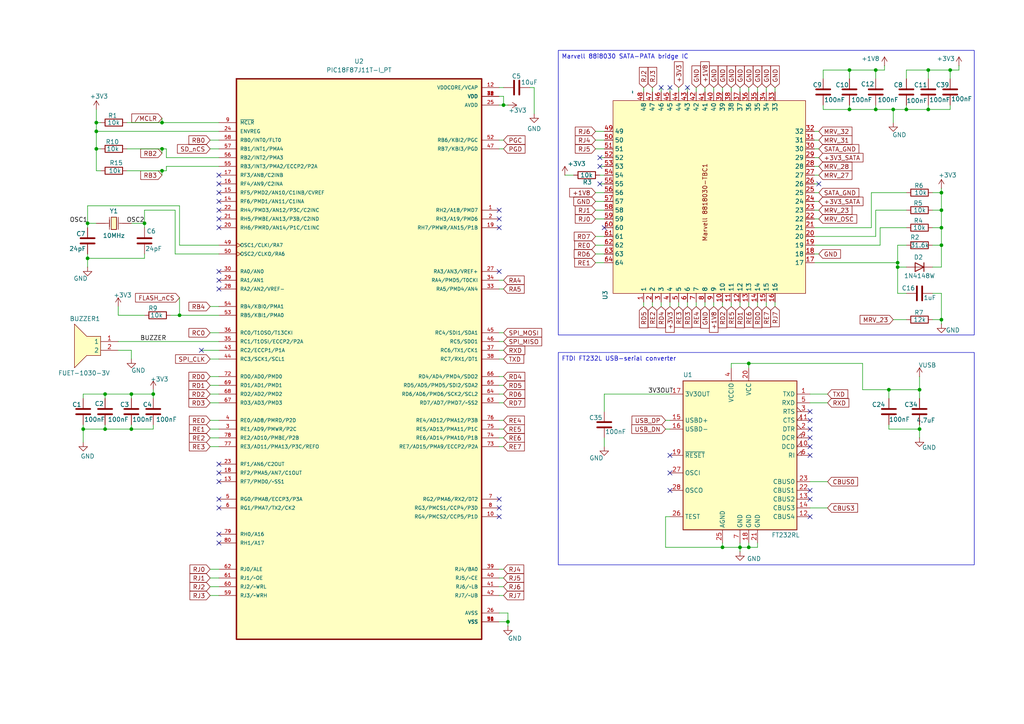
<source format=kicad_sch>
(kicad_sch (version 20250114) (generator "eeschema") (generator_version "9.0")
  (paper "A4")
  (text_box "FTDI FT232L USB-serial converter" (at 161.925 102.235 0) (size 120.65 61.595) (margins 0.9525 0.9525 0.9525 0.9525) (effects (font (size 1.27 1.27)) (justify left top)))
  (text_box "Marvell 88i8030 SATA-PATA bridge IC" (at 161.925 14.605 0) (size 120.65 82.55) (margins 0.9525 0.9525 0.9525 0.9525) (effects (font (size 1.27 1.27)) (justify left top)))
  (junction (at 38.1 114.3))
  (junction (at 25.4 74.93))
  (junction (at 27.94 38.1))
  (junction (at 38.1 124.46))
  (junction (at 217.17 105.41))
  (junction (at 266.7 124.46))
  (junction (at 269.24 20.32))
  (junction (at 217.17 158.75))
  (junction (at 27.94 43.18))
  (junction (at 273.05 66.04))
  (junction (at 30.48 114.3))
  (junction (at 24.13 124.46))
  (junction (at 259.08 31.75))
  (junction (at 52.07 91.44))
  (junction (at 27.94 35.56))
  (junction (at 25.4 64.77))
  (junction (at 260.35 76.2))
  (junction (at 209.55 158.75))
  (junction (at 257.81 113.03))
  (junction (at 246.38 20.32))
  (junction (at 46.99 43.18))
  (junction (at 273.05 55.88))
  (junction (at 147.32 180.34))
  (junction (at 46.99 35.56))
  (junction (at 254 20.32))
  (junction (at 260.35 77.47))
  (junction (at 262.89 31.75))
  (junction (at 214.63 158.75))
  (junction (at 41.91 64.77))
  (junction (at 254 31.75))
  (junction (at 273.05 71.12))
  (junction (at 269.24 31.75))
  (junction (at 275.59 20.32))
  (junction (at 266.7 113.03))
  (junction (at 30.48 124.46))
  (junction (at 246.38 31.75))
  (junction (at 273.05 60.96))
  (junction (at 273.05 92.71))
  (junction (at 44.45 114.3))
  (junction (at 46.99 49.53))
  (junction (at 146.05 30.48))
  (no_connect (at 144.78 60.96))
  (no_connect (at 194.31 25.4))
  (no_connect (at 234.95 127))
  (no_connect (at 234.95 149.86))
  (no_connect (at 234.95 129.54))
  (no_connect (at 175.26 66.04))
  (no_connect (at 144.78 78.74))
  (no_connect (at 194.31 142.24))
  (no_connect (at 234.95 142.24))
  (no_connect (at 173.99 45.72))
  (no_connect (at 63.5 144.78))
  (no_connect (at 63.5 137.16))
  (no_connect (at 63.5 78.74))
  (no_connect (at 63.5 83.82))
  (no_connect (at 173.99 48.26))
  (no_connect (at 63.5 139.7))
  (no_connect (at 63.5 81.28))
  (no_connect (at 194.31 137.16))
  (no_connect (at 194.31 132.08))
  (no_connect (at 173.99 53.34))
  (no_connect (at 63.5 134.62))
  (no_connect (at 234.95 121.92))
  (no_connect (at 234.95 119.38))
  (no_connect (at 199.39 25.4))
  (no_connect (at 63.5 55.88))
  (no_connect (at 63.5 154.94))
  (no_connect (at 234.95 124.46))
  (no_connect (at 63.5 53.34))
  (no_connect (at 58.42 101.6))
  (no_connect (at 144.78 66.04))
  (no_connect (at 234.95 144.78))
  (no_connect (at 63.5 60.96))
  (no_connect (at 63.5 58.42))
  (no_connect (at 63.5 63.5))
  (no_connect (at 63.5 50.8))
  (no_connect (at 191.77 25.4))
  (no_connect (at 144.78 149.86))
  (no_connect (at 144.78 63.5))
  (no_connect (at 144.78 144.78))
  (no_connect (at 63.5 157.48))
  (no_connect (at 63.5 147.32))
  (no_connect (at 237.49 53.34))
  (no_connect (at 144.78 147.32))
  (no_connect (at 234.95 132.08))
  (no_connect (at 63.5 66.04))
  (wire (pts (xy 254 30.48) (xy 254 31.75)))
  (wire (pts (xy 48.26 48.26) (xy 63.5 48.26)))
  (wire (pts (xy 52.07 71.12) (xy 63.5 71.12)))
  (wire (pts (xy 193.04 124.46) (xy 194.31 124.46)))
  (wire (pts (xy 41.91 73.66) (xy 41.91 74.93)))
  (wire (pts (xy 172.72 43.18) (xy 175.26 43.18)))
  (wire (pts (xy 46.99 35.56) (xy 63.5 35.56)))
  (wire (pts (xy 147.32 177.8) (xy 147.32 180.34)))
  (wire (pts (xy 196.85 26.67) (xy 196.85 25.4)))
  (wire (pts (xy 144.78 111.76) (xy 146.05 111.76)))
  (wire (pts (xy 217.17 105.41) (xy 217.17 106.68)))
  (wire (pts (xy 224.79 88.9) (xy 224.79 87.63)))
  (wire (pts (xy 273.05 55.88) (xy 270.51 55.88)))
  (wire (pts (xy 25.4 64.77) (xy 27.94 64.77)))
  (wire (pts (xy 260.35 71.12) (xy 262.89 71.12)))
  (wire (pts (xy 27.94 31.75) (xy 27.94 35.56)))
  (wire (pts (xy 144.78 109.22) (xy 146.05 109.22)))
  (wire (pts (xy 60.96 88.9) (xy 63.5 88.9)))
  (wire (pts (xy 252.73 66.04) (xy 252.73 55.88)))
  (wire (pts (xy 46.99 49.53) (xy 48.26 49.53)))
  (wire (pts (xy 209.55 88.9) (xy 209.55 87.63)))
  (wire (pts (xy 144.78 180.34) (xy 147.32 180.34)))
  (wire (pts (xy 194.31 88.9) (xy 194.31 87.63)))
  (wire (pts (xy 201.93 26.67) (xy 201.93 25.4)))
  (wire (pts (xy 246.38 31.75) (xy 254 31.75)))
  (wire (pts (xy 259.08 31.75) (xy 262.89 31.75)))
  (wire (pts (xy 172.72 55.88) (xy 175.26 55.88)))
  (wire (pts (xy 30.48 124.46) (xy 38.1 124.46)))
  (wire (pts (xy 144.78 25.4) (xy 146.05 25.4)))
  (wire (pts (xy 144.78 40.64) (xy 146.05 40.64)))
  (wire (pts (xy 186.69 26.67) (xy 186.69 25.4)))
  (wire (pts (xy 236.22 45.72) (xy 237.49 45.72)))
  (wire (pts (xy 38.1 123.19) (xy 38.1 124.46)))
  (wire (pts (xy 270.51 66.04) (xy 273.05 66.04)))
  (wire (pts (xy 144.78 165.1) (xy 146.05 165.1)))
  (wire (pts (xy 175.26 114.3) (xy 175.26 119.38)))
  (wire (pts (xy 173.99 45.72) (xy 175.26 45.72)))
  (wire (pts (xy 262.89 20.32) (xy 262.89 22.86)))
  (wire (pts (xy 34.29 88.9) (xy 34.29 91.44)))
  (wire (pts (xy 27.94 43.18) (xy 27.94 49.53)))
  (wire (pts (xy 273.05 55.88) (xy 273.05 60.96)))
  (wire (pts (xy 246.38 20.32) (xy 254 20.32)))
  (wire (pts (xy 172.72 68.58) (xy 175.26 68.58)))
  (wire (pts (xy 194.31 25.4) (xy 194.31 26.67)))
  (wire (pts (xy 144.78 121.92) (xy 146.05 121.92)))
  (wire (pts (xy 217.17 26.67) (xy 217.17 25.4)))
  (wire (pts (xy 238.76 30.48) (xy 238.76 31.75)))
  (wire (pts (xy 46.99 44.45) (xy 46.99 43.18)))
  (wire (pts (xy 38.1 64.77) (xy 41.91 64.77)))
  (wire (pts (xy 266.7 113.03) (xy 266.7 115.57)))
  (wire (pts (xy 50.8 73.66) (xy 63.5 73.66)))
  (wire (pts (xy 204.47 26.67) (xy 204.47 25.4)))
  (wire (pts (xy 269.24 20.32) (xy 269.24 22.86)))
  (wire (pts (xy 144.78 104.14) (xy 146.05 104.14)))
  (wire (pts (xy 24.13 124.46) (xy 24.13 128.27)))
  (wire (pts (xy 273.05 92.71) (xy 270.51 92.71)))
  (wire (pts (xy 24.13 115.57) (xy 24.13 114.3)))
  (wire (pts (xy 44.45 114.3) (xy 44.45 115.57)))
  (wire (pts (xy 144.78 43.18) (xy 146.05 43.18)))
  (wire (pts (xy 25.4 64.77) (xy 25.4 66.04)))
  (wire (pts (xy 237.49 53.34) (xy 236.22 53.34)))
  (wire (pts (xy 255.27 71.12) (xy 255.27 66.04)))
  (wire (pts (xy 25.4 59.69) (xy 25.4 64.77)))
  (wire (pts (xy 27.94 38.1) (xy 27.94 35.56)))
  (wire (pts (xy 44.45 123.19) (xy 44.45 124.46)))
  (wire (pts (xy 255.27 66.04) (xy 262.89 66.04)))
  (wire (pts (xy 144.78 81.28) (xy 146.05 81.28)))
  (wire (pts (xy 254 20.32) (xy 254 22.86)))
  (wire (pts (xy 41.91 66.04) (xy 41.91 64.77)))
  (wire (pts (xy 46.99 50.8) (xy 46.99 49.53)))
  (wire (pts (xy 257.81 113.03) (xy 257.81 115.57)))
  (wire (pts (xy 52.07 86.36) (xy 52.07 91.44)))
  (wire (pts (xy 212.09 88.9) (xy 212.09 87.63)))
  (wire (pts (xy 236.22 71.12) (xy 255.27 71.12)))
  (wire (pts (xy 270.51 77.47) (xy 273.05 77.47)))
  (wire (pts (xy 49.53 91.44) (xy 52.07 91.44)))
  (wire (pts (xy 204.47 88.9) (xy 204.47 87.63)))
  (wire (pts (xy 217.17 105.41) (xy 250.19 105.41)))
  (wire (pts (xy 30.48 123.19) (xy 30.48 124.46)))
  (wire (pts (xy 27.94 49.53) (xy 29.21 49.53)))
  (wire (pts (xy 60.96 96.52) (xy 63.5 96.52)))
  (wire (pts (xy 250.19 113.03) (xy 257.81 113.03)))
  (wire (pts (xy 273.05 60.96) (xy 270.51 60.96)))
  (wire (pts (xy 212.09 26.67) (xy 212.09 25.4)))
  (wire (pts (xy 27.94 43.18) (xy 27.94 38.1)))
  (wire (pts (xy 191.77 25.4) (xy 191.77 26.67)))
  (wire (pts (xy 29.21 43.18) (xy 27.94 43.18)))
  (wire (pts (xy 214.63 158.75) (xy 217.17 158.75)))
  (wire (pts (xy 172.72 63.5) (xy 175.26 63.5)))
  (wire (pts (xy 273.05 71.12) (xy 270.51 71.12)))
  (wire (pts (xy 60.96 127) (xy 63.5 127)))
  (wire (pts (xy 30.48 114.3) (xy 30.48 115.57)))
  (wire (pts (xy 234.95 147.32) (xy 240.03 147.32)))
  (wire (pts (xy 44.45 114.3) (xy 38.1 114.3)))
  (wire (pts (xy 144.78 177.8) (xy 147.32 177.8)))
  (wire (pts (xy 199.39 25.4) (xy 199.39 26.67)))
  (wire (pts (xy 260.35 71.12) (xy 260.35 76.2)))
  (wire (pts (xy 144.78 96.52) (xy 146.05 96.52)))
  (wire (pts (xy 189.23 88.9) (xy 189.23 87.63)))
  (wire (pts (xy 246.38 30.48) (xy 246.38 31.75)))
  (wire (pts (xy 260.35 77.47) (xy 260.35 85.09)))
  (wire (pts (xy 48.26 45.72) (xy 63.5 45.72)))
  (wire (pts (xy 250.19 105.41) (xy 250.19 113.03)))
  (wire (pts (xy 236.22 50.8) (xy 237.49 50.8)))
  (wire (pts (xy 144.78 129.54) (xy 146.05 129.54)))
  (wire (pts (xy 24.13 114.3) (xy 30.48 114.3)))
  (wire (pts (xy 163.83 50.8) (xy 166.37 50.8)))
  (wire (pts (xy 44.45 124.46) (xy 38.1 124.46)))
  (wire (pts (xy 212.09 105.41) (xy 212.09 106.68)))
  (wire (pts (xy 48.26 45.72) (xy 48.26 43.18)))
  (wire (pts (xy 172.72 60.96) (xy 175.26 60.96)))
  (wire (pts (xy 269.24 31.75) (xy 275.59 31.75)))
  (wire (pts (xy 144.78 167.64) (xy 146.05 167.64)))
  (wire (pts (xy 254 60.96) (xy 262.89 60.96)))
  (wire (pts (xy 60.96 109.22) (xy 63.5 109.22)))
  (wire (pts (xy 172.72 71.12) (xy 175.26 71.12)))
  (wire (pts (xy 60.96 170.18) (xy 63.5 170.18)))
  (wire (pts (xy 52.07 71.12) (xy 52.07 59.69)))
  (wire (pts (xy 41.91 64.77) (xy 41.91 60.96)))
  (wire (pts (xy 25.4 74.93) (xy 41.91 74.93)))
  (wire (pts (xy 256.54 19.05) (xy 256.54 20.32)))
  (wire (pts (xy 173.99 50.8) (xy 175.26 50.8)))
  (wire (pts (xy 236.22 68.58) (xy 254 68.58)))
  (wire (pts (xy 146.05 27.94) (xy 146.05 30.48)))
  (wire (pts (xy 191.77 88.9) (xy 191.77 87.63)))
  (wire (pts (xy 196.85 88.9) (xy 196.85 87.63)))
  (wire (pts (xy 30.48 124.46) (xy 24.13 124.46)))
  (wire (pts (xy 34.29 101.6) (xy 38.1 101.6)))
  (wire (pts (xy 144.78 127) (xy 146.05 127)))
  (wire (pts (xy 236.22 63.5) (xy 237.49 63.5)))
  (wire (pts (xy 259.08 92.71) (xy 262.89 92.71)))
  (wire (pts (xy 217.17 88.9) (xy 217.17 87.63)))
  (wire (pts (xy 38.1 114.3) (xy 30.48 114.3)))
  (wire (pts (xy 273.05 54.61) (xy 273.05 55.88)))
  (wire (pts (xy 52.07 59.69) (xy 25.4 59.69)))
  (wire (pts (xy 254 68.58) (xy 254 60.96)))
  (wire (pts (xy 214.63 26.67) (xy 214.63 25.4)))
  (wire (pts (xy 219.71 26.67) (xy 219.71 25.4)))
  (wire (pts (xy 236.22 48.26) (xy 237.49 48.26)))
  (wire (pts (xy 60.96 43.18) (xy 63.5 43.18)))
  (wire (pts (xy 238.76 22.86) (xy 238.76 20.32)))
  (wire (pts (xy 262.89 77.47) (xy 260.35 77.47)))
  (wire (pts (xy 275.59 20.32) (xy 275.59 22.86)))
  (wire (pts (xy 60.96 104.14) (xy 63.5 104.14)))
  (wire (pts (xy 60.96 114.3) (xy 63.5 114.3)))
  (wire (pts (xy 50.8 60.96) (xy 50.8 73.66)))
  (wire (pts (xy 252.73 55.88) (xy 262.89 55.88)))
  (wire (pts (xy 173.99 48.26) (xy 175.26 48.26)))
  (wire (pts (xy 219.71 88.9) (xy 219.71 87.63)))
  (wire (pts (xy 60.96 116.84) (xy 63.5 116.84)))
  (wire (pts (xy 266.7 127) (xy 266.7 124.46)))
  (wire (pts (xy 60.96 165.1) (xy 63.5 165.1)))
  (wire (pts (xy 214.63 157.48) (xy 214.63 158.75)))
  (wire (pts (xy 36.83 35.56) (xy 46.99 35.56)))
  (wire (pts (xy 172.72 58.42) (xy 175.26 58.42)))
  (wire (pts (xy 172.72 76.2) (xy 175.26 76.2)))
  (wire (pts (xy 173.99 53.34) (xy 175.26 53.34)))
  (wire (pts (xy 144.78 124.46) (xy 146.05 124.46)))
  (wire (pts (xy 246.38 22.86) (xy 246.38 20.32)))
  (wire (pts (xy 238.76 20.32) (xy 246.38 20.32)))
  (wire (pts (xy 214.63 160.02) (xy 214.63 158.75)))
  (wire (pts (xy 240.03 116.84) (xy 234.95 116.84)))
  (wire (pts (xy 27.94 35.56) (xy 29.21 35.56)))
  (wire (pts (xy 193.04 121.92) (xy 194.31 121.92)))
  (wire (pts (xy 269.24 20.32) (xy 275.59 20.32)))
  (wire (pts (xy 38.1 114.3) (xy 38.1 115.57)))
  (wire (pts (xy 144.78 170.18) (xy 146.05 170.18)))
  (wire (pts (xy 234.95 114.3) (xy 240.03 114.3)))
  (wire (pts (xy 236.22 76.2) (xy 260.35 76.2)))
  (wire (pts (xy 60.96 129.54) (xy 63.5 129.54)))
  (wire (pts (xy 273.05 77.47) (xy 273.05 71.12)))
  (wire (pts (xy 236.22 55.88) (xy 237.49 55.88)))
  (wire (pts (xy 60.96 124.46) (xy 63.5 124.46)))
  (wire (pts (xy 199.39 88.9) (xy 199.39 87.63)))
  (wire (pts (xy 144.78 114.3) (xy 146.05 114.3)))
  (wire (pts (xy 60.96 40.64) (xy 63.5 40.64)))
  (wire (pts (xy 172.72 38.1) (xy 175.26 38.1)))
  (wire (pts (xy 144.78 83.82) (xy 146.05 83.82)))
  (wire (pts (xy 262.89 31.75) (xy 269.24 31.75)))
  (wire (pts (xy 209.55 158.75) (xy 214.63 158.75)))
  (wire (pts (xy 222.25 88.9) (xy 222.25 87.63)))
  (wire (pts (xy 25.4 77.47) (xy 25.4 74.93)))
  (wire (pts (xy 144.78 99.06) (xy 146.05 99.06)))
  (wire (pts (xy 266.7 109.22) (xy 266.7 113.03)))
  (wire (pts (xy 262.89 20.32) (xy 269.24 20.32)))
  (wire (pts (xy 36.83 43.18) (xy 46.99 43.18)))
  (wire (pts (xy 193.04 149.86) (xy 193.04 158.75)))
  (wire (pts (xy 234.95 139.7) (xy 240.03 139.7)))
  (wire (pts (xy 175.26 127) (xy 175.26 129.54)))
  (wire (pts (xy 60.96 172.72) (xy 63.5 172.72)))
  (wire (pts (xy 27.94 38.1) (xy 63.5 38.1)))
  (wire (pts (xy 236.22 40.64) (xy 237.49 40.64)))
  (wire (pts (xy 275.59 20.32) (xy 278.13 20.32)))
  (wire (pts (xy 34.29 99.06) (xy 63.5 99.06)))
  (wire (pts (xy 38.1 101.6) (xy 38.1 104.14)))
  (wire (pts (xy 273.05 85.09) (xy 273.05 92.71)))
  (wire (pts (xy 36.83 49.53) (xy 46.99 49.53)))
  (wire (pts (xy 236.22 38.1) (xy 237.49 38.1)))
  (wire (pts (xy 24.13 124.46) (xy 24.13 123.19)))
  (wire (pts (xy 254 31.75) (xy 259.08 31.75)))
  (wire (pts (xy 257.81 113.03) (xy 266.7 113.03)))
  (wire (pts (xy 147.32 180.34) (xy 147.32 181.61)))
  (wire (pts (xy 273.05 66.04) (xy 273.05 60.96)))
  (wire (pts (xy 254 20.32) (xy 256.54 20.32)))
  (wire (pts (xy 275.59 30.48) (xy 275.59 31.75)))
  (wire (pts (xy 269.24 31.75) (xy 269.24 30.48)))
  (wire (pts (xy 154.94 25.4) (xy 153.67 25.4)))
  (wire (pts (xy 273.05 92.71) (xy 273.05 93.98)))
  (wire (pts (xy 60.96 111.76) (xy 63.5 111.76)))
  (wire (pts (xy 144.78 30.48) (xy 146.05 30.48)))
  (wire (pts (xy 144.78 172.72) (xy 146.05 172.72)))
  (wire (pts (xy 214.63 88.9) (xy 214.63 87.63)))
  (wire (pts (xy 172.72 73.66) (xy 175.26 73.66)))
  (wire (pts (xy 257.81 124.46) (xy 266.7 124.46)))
  (wire (pts (xy 144.78 27.94) (xy 146.05 27.94)))
  (wire (pts (xy 44.45 114.3) (xy 44.45 113.03)))
  (wire (pts (xy 60.96 121.92) (xy 63.5 121.92)))
  (wire (pts (xy 193.04 149.86) (xy 194.31 149.86)))
  (wire (pts (xy 236.22 66.04) (xy 252.73 66.04)))
  (wire (pts (xy 193.04 158.75) (xy 209.55 158.75)))
  (wire (pts (xy 217.17 158.75) (xy 219.71 158.75)))
  (wire (pts (xy 25.4 74.93) (xy 25.4 73.66)))
  (wire (pts (xy 257.81 123.19) (xy 257.81 124.46)))
  (wire (pts (xy 207.01 88.9) (xy 207.01 87.63)))
  (wire (pts (xy 58.42 101.6) (xy 63.5 101.6)))
  (wire (pts (xy 222.25 26.67) (xy 222.25 25.4)))
  (wire (pts (xy 236.22 73.66) (xy 237.49 73.66)))
  (wire (pts (xy 270.51 85.09) (xy 273.05 85.09)))
  (wire (pts (xy 34.29 91.44) (xy 41.91 91.44)))
  (wire (pts (xy 189.23 26.67) (xy 189.23 25.4)))
  (wire (pts (xy 238.76 31.75) (xy 246.38 31.75)))
  (wire (pts (xy 219.71 157.48) (xy 219.71 158.75)))
  (wire (pts (xy 217.17 157.48) (xy 217.17 158.75)))
  (wire (pts (xy 144.78 101.6) (xy 146.05 101.6)))
  (wire (pts (xy 273.05 66.04) (xy 273.05 71.12)))
  (wire (pts (xy 48.26 48.26) (xy 48.26 49.53)))
  (wire (pts (xy 260.35 76.2) (xy 260.35 77.47)))
  (wire (pts (xy 262.89 31.75) (xy 262.89 30.48)))
  (wire (pts (xy 144.78 116.84) (xy 146.05 116.84)))
  (wire (pts (xy 147.32 30.48) (xy 146.05 30.48)))
  (wire (pts (xy 41.91 60.96) (xy 50.8 60.96)))
  (wire (pts (xy 201.93 88.9) (xy 201.93 87.63)))
  (wire (pts (xy 236.22 43.18) (xy 237.49 43.18)))
  (wire (pts (xy 278.13 19.05) (xy 278.13 20.32)))
  (wire (pts (xy 212.09 105.41) (xy 217.17 105.41)))
  (wire (pts (xy 154.94 33.02) (xy 154.94 25.4)))
  (wire (pts (xy 209.55 157.48) (xy 209.55 158.75)))
  (wire (pts (xy 46.99 34.29) (xy 46.99 35.56)))
  (wire (pts (xy 52.07 91.44) (xy 63.5 91.44)))
  (wire (pts (xy 260.35 85.09) (xy 262.89 85.09)))
  (wire (pts (xy 46.99 43.18) (xy 48.26 43.18)))
  (wire (pts (xy 172.72 40.64) (xy 175.26 40.64)))
  (wire (pts (xy 236.22 58.42) (xy 237.49 58.42)))
  (wire (pts (xy 60.96 167.64) (xy 63.5 167.64)))
  (wire (pts (xy 236.22 60.96) (xy 237.49 60.96)))
  (wire (pts (xy 266.7 123.19) (xy 266.7 124.46)))
  (wire (pts (xy 259.08 35.56) (xy 259.08 31.75)))
  (wire (pts (xy 224.79 26.67) (xy 224.79 25.4)))
  (wire (pts (xy 186.69 88.9) (xy 186.69 87.63)))
  (wire (pts (xy 207.01 26.67) (xy 207.01 25.4)))
  (wire (pts (xy 209.55 26.67) (xy 209.55 25.4)))
  (wire (pts (xy 175.26 114.3) (xy 194.31 114.3)))
  (label "BUZZER" (at 40.64 99.06 0))
  (label "OSC2" (at 41.91 64.77 180))
  (label "OSC1" (at 25.4 64.77 180))
  (label "3V3OUT" (at 187.96 114.3 0))
  (global_label "RD4" (shape input) (at 191.77 88.9 270) (property "Intersheetrefs" "${INTERSHEET_REFS}" (effects (hide yes))))
  (global_label "RD0" (shape input) (at 219.71 88.9 270) (property "Intersheetrefs" "${INTERSHEET_REFS}" (effects (hide yes))))
  (global_label "RJ3" (shape input) (at 189.23 25.4 90) (property "Intersheetrefs" "${INTERSHEET_REFS}" (effects (hide yes))))
  (global_label "MRV_OSC" (shape input) (at 237.49 63.5 0) (property "Intersheetrefs" "${INTERSHEET_REFS}" (effects (hide yes))))
  (global_label "RE7" (shape input) (at 222.25 88.9 270) (property "Intersheetrefs" "${INTERSHEET_REFS}" (effects (hide yes))))
  (global_label "RJ0" (shape input) (at 172.72 63.5 180) (property "Intersheetrefs" "${INTERSHEET_REFS}" (effects (hide yes))))
  (global_label "GND" (shape input) (at 209.55 25.4 90) (property "Intersheetrefs" "${INTERSHEET_REFS}" (effects (hide yes))))
  (global_label "RE4" (shape input) (at 146.05 121.92 0) (property "Intersheetrefs" "${INTERSHEET_REFS}" (effects (hide yes))))
  (global_label "PGC" (shape input) (at 146.05 40.64 0) (property "Intersheetrefs" "${INTERSHEET_REFS}" (effects (hide yes))))
  (global_label "+1V8" (shape input) (at 172.72 55.88 180) (property "Intersheetrefs" "${INTERSHEET_REFS}" (effects (hide yes))))
  (global_label "RE2" (shape input) (at 189.23 88.9 270) (property "Intersheetrefs" "${INTERSHEET_REFS}" (effects (hide yes))))
  (global_label "RJ5" (shape input) (at 172.72 43.18 180) (property "Intersheetrefs" "${INTERSHEET_REFS}" (effects (hide yes))))
  (global_label "+1V8" (shape input) (at 204.47 25.4 90) (property "Intersheetrefs" "${INTERSHEET_REFS}" (effects (hide yes))))
  (global_label "MRV_23" (shape input) (at 237.49 60.96 0) (property "Intersheetrefs" "${INTERSHEET_REFS}" (effects (hide yes))))
  (global_label "RJ2" (shape input) (at 60.96 170.18 180) (property "Intersheetrefs" "${INTERSHEET_REFS}" (effects (hide yes))))
  (global_label "RJ1" (shape input) (at 60.96 167.64 180) (property "Intersheetrefs" "${INTERSHEET_REFS}" (effects (hide yes))))
  (global_label "+1V8" (shape input) (at 207.01 88.9 270) (property "Intersheetrefs" "${INTERSHEET_REFS}" (effects (hide yes))))
  (global_label "RE6" (shape input) (at 146.05 127 0) (property "Intersheetrefs" "${INTERSHEET_REFS}" (effects (hide yes))))
  (global_label "SATA_GND" (shape input) (at 237.49 55.88 0) (property "Intersheetrefs" "${INTERSHEET_REFS}" (effects (hide yes))))
  (global_label "RD3" (shape input) (at 199.39 88.9 270) (property "Intersheetrefs" "${INTERSHEET_REFS}" (effects (hide yes))))
  (global_label "+3V3_SATA" (shape input) (at 237.49 58.42 0) (property "Intersheetrefs" "${INTERSHEET_REFS}" (effects (hide yes))))
  (global_label "RJ1" (shape input) (at 172.72 60.96 180) (property "Intersheetrefs" "${INTERSHEET_REFS}" (effects (hide yes))))
  (global_label "MRV_31" (shape input) (at 237.49 40.64 0) (property "Intersheetrefs" "${INTERSHEET_REFS}" (effects (hide yes))))
  (global_label "FLASH_nCS" (shape input) (at 52.07 86.36 180) (property "Intersheetrefs" "${INTERSHEET_REFS}" (effects (hide yes))))
  (global_label "GND" (shape input) (at 222.25 25.4 90) (property "Intersheetrefs" "${INTERSHEET_REFS}" (effects (hide yes))))
  (global_label "RXD" (shape input) (at 146.05 101.6 0) (property "Intersheetrefs" "${INTERSHEET_REFS}" (effects (hide yes))))
  (global_label "RJ4" (shape input) (at 172.72 40.64 180) (property "Intersheetrefs" "${INTERSHEET_REFS}" (effects (hide yes))))
  (global_label "RD5" (shape input) (at 146.05 111.76 0) (property "Intersheetrefs" "${INTERSHEET_REFS}" (effects (hide yes))))
  (global_label "PGD" (shape input) (at 146.05 43.18 0) (property "Intersheetrefs" "${INTERSHEET_REFS}" (effects (hide yes))))
  (global_label "RE5" (shape input) (at 212.09 88.9 270) (property "Intersheetrefs" "${INTERSHEET_REFS}" (effects (hide yes))))
  (global_label "RD2" (shape input) (at 209.55 88.9 270) (property "Intersheetrefs" "${INTERSHEET_REFS}" (effects (hide yes))))
  (global_label "RD1" (shape input) (at 214.63 88.9 270) (property "Intersheetrefs" "${INTERSHEET_REFS}" (effects (hide yes))))
  (global_label "RD5" (shape input) (at 186.69 88.9 270) (property "Intersheetrefs" "${INTERSHEET_REFS}" (effects (hide yes))))
  (global_label "MRV_28" (shape input) (at 237.49 48.26 0) (property "Intersheetrefs" "${INTERSHEET_REFS}" (effects (hide yes))))
  (global_label "RA4" (shape input) (at 146.05 81.28 0) (property "Intersheetrefs" "${INTERSHEET_REFS}" (effects (hide yes))))
  (global_label "TXD" (shape input) (at 146.05 104.14 0) (property "Intersheetrefs" "${INTERSHEET_REFS}" (effects (hide yes))))
  (global_label "RE7" (shape input) (at 146.05 129.54 0) (property "Intersheetrefs" "${INTERSHEET_REFS}" (effects (hide yes))))
  (global_label "RE3" (shape input) (at 60.96 129.54 180) (property "Intersheetrefs" "${INTERSHEET_REFS}" (effects (hide yes))))
  (global_label "GND" (shape input) (at 207.01 25.4 90) (property "Intersheetrefs" "${INTERSHEET_REFS}" (effects (hide yes))))
  (global_label "USB_DN" (shape input) (at 193.04 124.46 180) (property "Intersheetrefs" "${INTERSHEET_REFS}" (effects (hide yes))))
  (global_label "RD2" (shape input) (at 60.96 114.3 180) (property "Intersheetrefs" "${INTERSHEET_REFS}" (effects (hide yes))))
  (global_label "GND" (shape input) (at 219.71 25.4 90) (property "Intersheetrefs" "${INTERSHEET_REFS}" (effects (hide yes))))
  (global_label "SPI_CLK" (shape input) (at 60.96 104.14 180) (property "Intersheetrefs" "${INTERSHEET_REFS}" (effects (hide yes))))
  (global_label "{slash}MCLR" (shape input) (at 46.99 34.29 180) (property "Intersheetrefs" "${INTERSHEET_REFS}" (effects (hide yes))))
  (global_label "RD4" (shape input) (at 146.05 109.22 0) (property "Intersheetrefs" "${INTERSHEET_REFS}" (effects (hide yes))))
  (global_label "GND" (shape input) (at 217.17 25.4 90) (property "Intersheetrefs" "${INTERSHEET_REFS}" (effects (hide yes))))
  (global_label "RE1" (shape input) (at 172.72 76.2 180) (property "Intersheetrefs" "${INTERSHEET_REFS}" (effects (hide yes))))
  (global_label "GND" (shape input) (at 237.49 73.66 0) (property "Intersheetrefs" "${INTERSHEET_REFS}" (effects (hide yes))))
  (global_label "RJ3" (shape input) (at 60.96 172.72 180) (property "Intersheetrefs" "${INTERSHEET_REFS}" (effects (hide yes))))
  (global_label "RE4" (shape input) (at 201.93 88.9 270) (property "Intersheetrefs" "${INTERSHEET_REFS}" (effects (hide yes))))
  (global_label "MRV_27" (shape input) (at 237.49 50.8 0) (property "Intersheetrefs" "${INTERSHEET_REFS}" (effects (hide yes))))
  (global_label "RJ5" (shape input) (at 146.05 167.64 0) (property "Intersheetrefs" "${INTERSHEET_REFS}" (effects (hide yes))))
  (global_label "RE5" (shape input) (at 146.05 124.46 0) (property "Intersheetrefs" "${INTERSHEET_REFS}" (effects (hide yes))))
  (global_label "RJ6" (shape input) (at 172.72 38.1 180) (property "Intersheetrefs" "${INTERSHEET_REFS}" (effects (hide yes))))
  (global_label "USB_DP" (shape input) (at 193.04 121.92 180) (property "Intersheetrefs" "${INTERSHEET_REFS}" (effects (hide yes))))
  (global_label "SPI_MOSI" (shape input) (at 146.05 96.52 0) (property "Intersheetrefs" "${INTERSHEET_REFS}" (effects (hide yes))))
  (global_label "RJ0" (shape input) (at 60.96 165.1 180) (property "Intersheetrefs" "${INTERSHEET_REFS}" (effects (hide yes))))
  (global_label "RJ4" (shape input) (at 146.05 165.1 0) (property "Intersheetrefs" "${INTERSHEET_REFS}" (effects (hide yes))))
  (global_label "RE0" (shape input) (at 172.72 71.12 180) (property "Intersheetrefs" "${INTERSHEET_REFS}" (effects (hide yes))))
  (global_label "+3V3" (shape input) (at 194.31 88.9 270) (property "Intersheetrefs" "${INTERSHEET_REFS}" (effects (hide yes))))
  (global_label "RJ2" (shape input) (at 186.69 25.4 90) (property "Intersheetrefs" "${INTERSHEET_REFS}" (effects (hide yes))))
  (global_label "RB4" (shape input) (at 60.96 88.9 180) (property "Intersheetrefs" "${INTERSHEET_REFS}" (effects (hide yes))))
  (global_label "RE3" (shape input) (at 196.85 88.9 270) (property "Intersheetrefs" "${INTERSHEET_REFS}" (effects (hide yes))))
  (global_label "RE2" (shape input) (at 60.96 127 180) (property "Intersheetrefs" "${INTERSHEET_REFS}" (effects (hide yes))))
  (global_label "SATA_GND" (shape input) (at 237.49 43.18 0) (property "Intersheetrefs" "${INTERSHEET_REFS}" (effects (hide yes))))
  (global_label "GND" (shape input) (at 212.09 25.4 90) (property "Intersheetrefs" "${INTERSHEET_REFS}" (effects (hide yes))))
  (global_label "RE1" (shape input) (at 60.96 124.46 180) (property "Intersheetrefs" "${INTERSHEET_REFS}" (effects (hide yes))))
  (global_label "RB2" (shape input) (at 46.99 44.45 180) (property "Intersheetrefs" "${INTERSHEET_REFS}" (effects (hide yes))))
  (global_label "MRV_32" (shape input) (at 237.49 38.1 0) (property "Intersheetrefs" "${INTERSHEET_REFS}" (effects (hide yes))))
  (global_label "GND" (shape input) (at 224.79 25.4 90) (property "Intersheetrefs" "${INTERSHEET_REFS}" (effects (hide yes))))
  (global_label "CBUS0" (shape input) (at 240.03 139.7 0) (property "Intersheetrefs" "${INTERSHEET_REFS}" (effects (hide yes))))
  (global_label "TXD" (shape input) (at 240.03 114.3 0) (property "Intersheetrefs" "${INTERSHEET_REFS}" (effects (hide yes))))
  (global_label "RC0" (shape input) (at 60.96 96.52 180) (property "Intersheetrefs" "${INTERSHEET_REFS}" (effects (hide yes))))
  (global_label "RD0" (shape input) (at 60.96 109.22 180) (property "Intersheetrefs" "${INTERSHEET_REFS}" (effects (hide yes))))
  (global_label "GND" (shape input) (at 201.93 25.4 90) (property "Intersheetrefs" "${INTERSHEET_REFS}" (effects (hide yes))))
  (global_label "SPI_MISO" (shape input) (at 146.05 99.06 0) (property "Intersheetrefs" "${INTERSHEET_REFS}" (effects (hide yes))))
  (global_label "RB3" (shape input) (at 46.99 50.8 180) (property "Intersheetrefs" "${INTERSHEET_REFS}" (effects (hide yes))))
  (global_label "RE6" (shape input) (at 217.17 88.9 270) (property "Intersheetrefs" "${INTERSHEET_REFS}" (effects (hide yes))))
  (global_label "RD7" (shape input) (at 146.05 116.84 0) (property "Intersheetrefs" "${INTERSHEET_REFS}" (effects (hide yes))))
  (global_label "MRV_23" (shape input) (at 259.08 92.71 180) (property "Intersheetrefs" "${INTERSHEET_REFS}" (effects (hide yes))))
  (global_label "+3V3_SATA" (shape input) (at 237.49 45.72 0) (property "Intersheetrefs" "${INTERSHEET_REFS}" (effects (hide yes))))
  (global_label "+3V3" (shape input) (at 196.85 25.4 90) (property "Intersheetrefs" "${INTERSHEET_REFS}" (effects (hide yes))))
  (global_label "RD6" (shape input) (at 172.72 73.66 180) (property "Intersheetrefs" "${INTERSHEET_REFS}" (effects (hide yes))))
  (global_label "RD6" (shape input) (at 146.05 114.3 0) (property "Intersheetrefs" "${INTERSHEET_REFS}" (effects (hide yes))))
  (global_label "RA5" (shape input) (at 146.05 83.82 0) (property "Intersheetrefs" "${INTERSHEET_REFS}" (effects (hide yes))))
  (global_label "RD7" (shape input) (at 172.72 68.58 180) (property "Intersheetrefs" "${INTERSHEET_REFS}" (effects (hide yes))))
  (global_label "RE0" (shape input) (at 60.96 121.92 180) (property "Intersheetrefs" "${INTERSHEET_REFS}" (effects (hide yes))))
  (global_label "RD3" (shape input) (at 60.96 116.84 180) (property "Intersheetrefs" "${INTERSHEET_REFS}" (effects (hide yes))))
  (global_label "RJ6" (shape input) (at 146.05 170.18 0) (property "Intersheetrefs" "${INTERSHEET_REFS}" (effects (hide yes))))
  (global_label "RJ7" (shape input) (at 146.05 172.72 0) (property "Intersheetrefs" "${INTERSHEET_REFS}" (effects (hide yes))))
  (global_label "RD1" (shape input) (at 60.96 111.76 180) (property "Intersheetrefs" "${INTERSHEET_REFS}" (effects (hide yes))))
  (global_label "SD_nCS" (shape input) (at 60.96 43.18 180) (property "Intersheetrefs" "${INTERSHEET_REFS}" (effects (hide yes))))
  (global_label "GND" (shape input) (at 172.72 58.42 180) (property "Intersheetrefs" "${INTERSHEET_REFS}" (effects (hide yes))))
  (global_label "RXD" (shape input) (at 240.03 116.84 0) (property "Intersheetrefs" "${INTERSHEET_REFS}" (effects (hide yes))))
  (global_label "GND" (shape input) (at 204.47 88.9 270) (property "Intersheetrefs" "${INTERSHEET_REFS}" (effects (hide yes))))
  (global_label "RJ7" (shape input) (at 224.79 88.9 270) (property "Intersheetrefs" "${INTERSHEET_REFS}" (effects (hide yes))))
  (global_label "RB0" (shape input) (at 60.96 40.64 180) (property "Intersheetrefs" "${INTERSHEET_REFS}" (effects (hide yes))))
  (global_label "CBUS3" (shape input) (at 240.03 147.32 0) (property "Intersheetrefs" "${INTERSHEET_REFS}" (effects (hide yes))))
  (global_label "GND" (shape input) (at 214.63 25.4 90) (property "Intersheetrefs" "${INTERSHEET_REFS}" (effects (hide yes))))
  (symbol (lib_id "Device:C") (at 275.59 26.67 180) (unit 1)
    (property "Reference" "C39" (at 275.336 24.638 0) (effects (justify left)))
    (property "Value" "100nF" (at 281.94 28.702 0) (effects (justify left)))
    (property "Footprint" "Capacitor_SMD:C_0603_1608Metric" (effects (hide yes)))
    (property "Description" "Unpolarized capacitor" (effects (hide yes)))
  )
  (symbol (lib_id "Device:R") (at 266.7 92.71 270) (mirror x) (unit 1)
    (property "Reference" "R7" (at 265.176 90.678 90) (effects (justify left)))
    (property "Value" "12k" (at 264.922 92.71 90) (effects (justify left)))
    (property "Footprint" "Resistor_SMD:R_0603_1608Metric" (effects (hide yes)))
  )
  (symbol (lib_id "lizard:8818030-TBC1") (at 204.47 58.42 90) (unit 1)
    (property "Reference" "U3" (at 175.514 85.598 0))
    (property "Value" "~" (at 183.4449 26.67 0))
    (property "Footprint" "Package_QFP:LQFP-64_10x10mm_P0.5mm" (effects (hide yes)))
  )
  (symbol (lib_id "Diode:1N4148W") (at 266.7 77.47 180) (unit 1)
    (property "Reference" "D2" (at 266.3825 74.6125 0))
    (property "Value" "1N4148W" (at 266.7 80.01 0))
    (property "Footprint" "Diode_SMD:D_SOD-123" (effects (hide yes)))
    (property "Datasheet" "https://www.vishay.com/docs/85748/1n4148w.pdf" (effects (hide yes)))
    (property "Description" "75V 0.15A Fast Switching Diode, SOD-123" (effects (hide yes)))
    (property "Sim.Device" "D" (effects (hide yes)))
    (property "Sim.Pins" "1=K 2=A" (effects (hide yes)))
  )
  (symbol (lib_id "lizard:FUET-1030-3V") (at 29.21 101.6 0) (unit 1)
    (property "Reference" "BUZZER1" (at 24.638 92.456 0))
    (property "Value" "FUET-1030-3V" (at 24.384 108.204 0))
    (property "Footprint" "lizard:BUZ-SMD_FUET-1030-XXV" (effects (hide yes)))
    (property "Datasheet" "https://lcsc.com/product-detail/Buzzers_FUET-FUET-1030-3V_C417421.html" (effects (hide yes)))
    (property "LCSC Part" "C417421" (effects (hide yes)))
  )
  (symbol (lib_id "Device:R") (at 266.7 60.96 90) (mirror x) (unit 1)
    (property "Reference" "R5" (at 264.922 58.928 90) (effects (justify right)))
    (property "Value" "10k" (at 264.922 60.96 90) (effects (justify right)))
    (property "Footprint" "Resistor_SMD:R_0603_1608Metric" (effects (hide yes)))
  )
  (symbol (lib_id "Device:C") (at 149.86 25.4 90) (unit 1)
    (property "Reference" "C5" (at 151.13 22.098 90) (effects (justify left)))
    (property "Value" "10uF" (at 155.956 23.876 90) (effects (justify left)))
    (property "Footprint" "Capacitor_SMD:C_0805_2012Metric" (effects (hide yes)))
    (property "Description" "Unpolarized capacitor" (effects (hide yes)))
  )
  (symbol (lib_id "power:GND") (at 214.63 160.02 0) (unit 1)
    (property "Reference" "#PWR012" (effects (hide yes)))
    (property "Value" "GND" (at 218.694 162.052 0))
    (property "Description" "Power symbol creates a global label with name \"GND\" , ground" (effects (hide yes)))
  )
  (symbol (lib_id "power:GND") (at 24.13 128.27 0) (mirror y) (unit 1)
    (property "Reference" "#PWR049" (effects (hide yes)))
    (property "Value" "GND" (at 25.4 132.334 0))
    (property "Description" "Power symbol creates a global label with name \"GND\" , ground" (effects (hide yes)))
  )
  (symbol (lib_id "Device:R") (at 45.72 91.44 270) (unit 1)
    (property "Reference" "R9" (at 45.72 89.408 90) (effects (justify right)))
    (property "Value" "10k" (at 47.244 91.44 90) (effects (justify right)))
    (property "Footprint" "Resistor_SMD:R_0603_1608Metric" (effects (hide yes)))
  )
  (symbol (lib_id "power:GND") (at 38.1 104.14 0) (mirror y) (unit 1)
    (property "Reference" "#PWR020" (effects (hide yes)))
    (property "Value" "GND" (at 40.132 107.442 0))
    (property "Description" "Power symbol creates a global label with name \"GND\" , ground" (effects (hide yes)))
  )
  (symbol (lib_id "Device:C") (at 266.7 119.38 180) (unit 1)
    (property "Reference" "C34" (at 266.192 117.348 0) (effects (justify left)))
    (property "Value" "4.7uF" (at 271.272 121.92 0) (effects (justify left)))
    (property "Footprint" "Capacitor_SMD:C_0805_2012Metric" (effects (hide yes)))
    (property "Description" "Unpolarized capacitor" (effects (hide yes)))
  )
  (symbol (lib_id "Device:R") (at 266.7 66.04 90) (mirror x) (unit 1)
    (property "Reference" "R4" (at 267.716 64.008 90) (effects (justify left)))
    (property "Value" "10k" (at 268.478 66.04 90) (effects (justify left)))
    (property "Footprint" "Resistor_SMD:R_0603_1608Metric" (effects (hide yes)))
  )
  (symbol (lib_id "Interface_USB:FT232RL") (at 214.63 132.08 0) (unit 1)
    (property "Reference" "U1" (at 198.12 108.712 0) (effects (justify left)))
    (property "Value" "FT232RL" (at 223.774 155.194 0) (effects (justify left)))
    (property "Footprint" "Package_SO:SSOP-28_5.3x10.2mm_P0.65mm" (effects (hide yes)))
    (property "Datasheet" "https://www.ftdichip.com/Support/Documents/DataSheets/ICs/DS_FT232R.pdf" (effects (hide yes)))
    (property "Description" "USB to Serial Interface, SSOP-28" (effects (hide yes)))
  )
  (symbol (lib_id "power:+5V") (at 266.7 109.22 0) (unit 1)
    (property "Reference" "#PWR023" (effects (hide yes)))
    (property "Value" "VUSB" (at 268.986 105.918 0))
    (property "Description" "Power symbol creates a global label with name \"VUSB\"" (effects (hide yes)))
  )
  (symbol (lib_id "power:GND") (at 154.94 33.02 0) (unit 1)
    (property "Reference" "#PWR036" (effects (hide yes)))
    (property "Value" "GND" (at 154.94 37.338 0))
    (property "Description" "Power symbol creates a global label with name \"GND\" , ground" (effects (hide yes)))
  )
  (symbol (lib_id "power:+3V3") (at 44.45 113.03 0) (unit 1)
    (property "Reference" "#PWR035" (effects (hide yes)))
    (property "Value" "+3V3" (at 46.228 109.982 0))
    (property "Description" "Power symbol creates a global label with name \"+3V3\"" (effects (hide yes)))
  )
  (symbol (lib_id "power:GND") (at 147.32 181.61 0) (unit 1)
    (property "Reference" "#PWR013" (effects (hide yes)))
    (property "Value" "GND" (at 149.352 185.166 0))
    (property "Description" "Power symbol creates a global label with name \"GND\" , ground" (effects (hide yes)))
  )
  (symbol (lib_id "Device:C") (at 38.1 119.38 0) (unit 1)
    (property "Reference" "C3" (at 34.798 117.348 0) (effects (justify left)))
    (property "Value" "100nF" (at 38.354 121.666 0) (effects (justify left)))
    (property "Footprint" "Capacitor_SMD:C_0603_1608Metric" (effects (hide yes)))
    (property "Description" "Unpolarized capacitor" (effects (hide yes)))
  )
  (symbol (lib_id "power:+3V3") (at 27.94 31.75 0) (unit 1)
    (property "Reference" "#PWR034" (effects (hide yes)))
    (property "Value" "+3V3" (at 28.702 27.94 0))
    (property "Description" "Power symbol creates a global label with name \"+3V3\"" (effects (hide yes)))
  )
  (symbol (lib_id "power:+3V3") (at 34.29 88.9 0) (unit 1)
    (property "Reference" "#PWR010" (effects (hide yes)))
    (property "Value" "+3V3" (at 35.56 85.598 0))
    (property "Description" "Power symbol creates a global label with name \"+3V3\"" (effects (hide yes)))
  )
  (symbol (lib_id "Device:R") (at 266.7 71.12 90) (unit 1)
    (property "Reference" "R2" (at 266.7 68.834 90) (effects (justify left)))
    (property "Value" "31.6k" (at 269.494 71.12 90) (effects (justify left)))
    (property "Footprint" "Resistor_SMD:R_1206_3216Metric" (effects (hide yes)))
  )
  (symbol (lib_id "Device:C") (at 30.48 119.38 0) (unit 1)
    (property "Reference" "C2" (at 27.432 117.094 0) (effects (justify left)))
    (property "Value" "100nF" (at 31.242 121.666 0) (effects (justify left)))
    (property "Footprint" "Capacitor_SMD:C_0603_1608Metric" (effects (hide yes)))
    (property "Description" "Unpolarized capacitor" (effects (hide yes)))
  )
  (symbol (lib_id "Device:C") (at 24.13 119.38 180) (unit 1)
    (property "Reference" "C1" (at 23.622 117.348 0) (effects (justify left)))
    (property "Value" "100nF" (at 30.48 121.666 0) (effects (justify left)))
    (property "Footprint" "Capacitor_SMD:C_0603_1608Metric" (effects (hide yes)))
    (property "Description" "Unpolarized capacitor" (effects (hide yes)))
  )
  (symbol (lib_id "power:GND") (at 273.05 93.98 0) (unit 1)
    (property "Reference" "#PWR042" (effects (hide yes)))
    (property "Value" "GND" (at 276.352 95.758 0))
    (property "Description" "Power symbol creates a global label with name \"GND\" , ground" (effects (hide yes)))
  )
  (symbol (lib_id "Device:C") (at 41.91 69.85 0) (mirror x) (unit 1)
    (property "Reference" "C6" (at 45.212 67.056 0) (effects (justify right)))
    (property "Value" "24pF" (at 46.99 72.136 0) (effects (justify right)))
    (property "Footprint" "Capacitor_SMD:C_0603_1608Metric" (effects (hide yes)))
    (property "Description" "Unpolarized capacitor" (effects (hide yes)))
  )
  (symbol (lib_id "Device:C") (at 262.89 26.67 180) (unit 1)
    (property "Reference" "C8" (at 261.874 24.638 0) (effects (justify left)))
    (property "Value" "100nF" (at 268.986 29.21 0) (effects (justify left)))
    (property "Footprint" "Capacitor_SMD:C_0603_1608Metric" (effects (hide yes)))
    (property "Description" "Unpolarized capacitor" (effects (hide yes)))
  )
  (symbol (lib_id "power:GND") (at 259.08 35.56 0) (unit 1)
    (property "Reference" "#PWR014" (effects (hide yes)))
    (property "Value" "GND" (at 260.858 39.116 0))
    (property "Description" "Power symbol creates a global label with name \"GND\" , ground" (effects (hide yes)))
  )
  (symbol (lib_id "Device:R") (at 33.02 49.53 270) (mirror x) (unit 1)
    (property "Reference" "R15" (at 31.75 47.244 90) (effects (justify left)))
    (property "Value" "10k" (at 31.496 49.53 90) (effects (justify left)))
    (property "Footprint" "Resistor_SMD:R_0603_1608Metric" (effects (hide yes)))
  )
  (symbol (lib_id "Device:R") (at 170.18 50.8 270) (unit 1)
    (property "Reference" "R3" (at 171.704 52.832 90) (effects (justify right)))
    (property "Value" "10k" (at 171.958 50.8 90) (effects (justify right)))
    (property "Footprint" "Resistor_SMD:R_0603_1608Metric" (effects (hide yes)))
  )
  (symbol (lib_id "power:+3V3") (at 163.83 50.8 0) (unit 1)
    (property "Reference" "#PWR018" (effects (hide yes)))
    (property "Value" "+3V3" (at 164.592 47.498 0) (effects (justify left)))
    (property "Description" "Power symbol creates a global label with name \"+3V3\"" (effects (hide yes)))
  )
  (symbol (lib_id "power:+3V3") (at 147.32 30.48 270) (unit 1)
    (property "Reference" "#PWR048" (effects (hide yes)))
    (property "Value" "+3V3" (at 150.114 32.004 90))
    (property "Description" "Power symbol creates a global label with name \"+3V3\"" (effects (hide yes)))
  )
  (symbol (lib_id "Device:C") (at 238.76 26.67 0) (unit 1)
    (property "Reference" "C9" (at 235.712 24.638 0) (effects (justify left)))
    (property "Value" "100nF" (at 239.014 28.956 0) (effects (justify left)))
    (property "Footprint" "Capacitor_SMD:C_0603_1608Metric" (effects (hide yes)))
    (property "Description" "Unpolarized capacitor" (effects (hide yes)))
  )
  (symbol (lib_id "Device:R") (at 33.02 35.56 90) (unit 1)
    (property "Reference" "R1" (at 34.036 33.528 90) (effects (justify left)))
    (property "Value" "10k" (at 34.798 35.56 90) (effects (justify left)))
    (property "Footprint" "Resistor_SMD:R_0603_1608Metric" (effects (hide yes)))
  )
  (symbol (lib_id "power:GND") (at 266.7 127 0) (mirror y) (unit 1)
    (property "Reference" "#PWR03" (effects (hide yes)))
    (property "Value" "GND" (at 269.494 129.794 0))
    (property "Description" "Power symbol creates a global label with name \"GND\" , ground" (effects (hide yes)))
  )
  (symbol (lib_id "power:+3V3") (at 273.05 54.61 0) (mirror y) (unit 1)
    (property "Reference" "#PWR017" (effects (hide yes)))
    (property "Value" "+3V3" (at 274.828 50.8 0))
    (property "Description" "Power symbol creates a global label with name \"+3V3\"" (effects (hide yes)))
  )
  (symbol (lib_id "Device:C") (at 257.81 119.38 180) (unit 1)
    (property "Reference" "C24" (at 256.794 117.348 0) (effects (justify left)))
    (property "Value" "100nF" (at 263.906 121.666 0) (effects (justify left)))
    (property "Footprint" "Capacitor_SMD:C_0603_1608Metric" (effects (hide yes)))
    (property "Description" "Unpolarized capacitor" (effects (hide yes)))
  )
  (symbol (lib_id "Device:C") (at 175.26 123.19 180) (unit 1)
    (property "Reference" "C35" (at 174.752 121.158 0) (effects (justify left)))
    (property "Value" "100nF" (at 181.61 125.222 0) (effects (justify left)))
    (property "Footprint" "Capacitor_SMD:C_0603_1608Metric" (effects (hide yes)))
    (property "Description" "Unpolarized capacitor" (effects (hide yes)))
  )
  (symbol (lib_id "lizard:PIC18F87J11T-I_PT") (at 104.14 104.14 0) (unit 1)
    (property "Reference" "U2" (at 104.14 17.78 0))
    (property "Value" "PIC18F87J11T-I_PT" (at 104.14 20.32 0))
    (property "Footprint" "lizard:QFP50P1400X1400X120-80N" (effects (hide yes)))
    (property "DigiKey_Part_Number" "PIC18F87J11T-I/PTTR-ND" (effects (hide yes)))
    (property "SnapEDA_Link" "https://www.snapeda.com/parts/PIC18F87J11T-I/PT/Microchip/view-part/?ref=snap" (effects (hide yes)))
    (property "Description_1" "128KB Flash, 3936 bytes RAM, 10 MIPS, 67 I/O, nanoWatt80 TQFP 12x12x1mm T/R | Microchip Technology Inc. PIC18F87J11T-I/PT" (effects (hide yes)))
    (property "MF" "Microchip" (effects (hide yes)))
    (property "Package" "TQFP-80 Microchip" (effects (hide yes)))
    (property "Check_prices" "https://www.snapeda.com/parts/PIC18F87J11T-I/PT/Microchip/view-part/?ref=eda" (effects (hide yes)))
    (property "MP" "PIC18F87J11T-I/PT" (effects (hide yes)))
  )
  (symbol (lib_id "power:+1V8") (at 256.54 19.05 0) (unit 1)
    (property "Reference" "#PWR046" (effects (hide yes)))
    (property "Value" "+1V8" (at 252.476 17.018 0))
    (property "Description" "Power symbol creates a global label with name \"+1V8\"" (effects (hide yes)))
  )
  (symbol (lib_id "Device:C") (at 246.38 26.67 0) (unit 1)
    (property "Reference" "C10" (at 242.316 24.638 0) (effects (justify left)))
    (property "Value" "100nF" (at 246.888 28.956 0) (effects (justify left)))
    (property "Footprint" "Capacitor_SMD:C_0603_1608Metric" (effects (hide yes)))
    (property "Description" "Unpolarized capacitor" (effects (hide yes)))
  )
  (symbol (lib_id "lizard:SMD-5032_2P10MHz20pf30ppm") (at 33.02 64.77 0) (mirror y) (unit 1)
    (property "Reference" "Y1" (at 33.02 61.214 0))
    (property "Value" "10MHz" (at 33.02 68.326 0))
    (property "Footprint" "lizard:OSC-SMD_L5.0-W3.2" (effects (hide yes)))
    (property "Datasheet" "https://lcsc.com/product-detail/SMD-Crystals_SMD-5032-2P-10MHz-20pf-30ppm_C150558.html" (effects (hide yes)))
    (property "LCSC Part" "C150558" (effects (hide yes)))
  )
  (symbol (lib_id "Device:C") (at 25.4 69.85 0) (mirror x) (unit 1)
    (property "Reference" "C7" (at 22.098 67.818 0) (effects (justify left)))
    (property "Value" "24pF" (at 20.066 72.136 0) (effects (justify left)))
    (property "Footprint" "Capacitor_SMD:C_0603_1608Metric" (effects (hide yes)))
    (property "Description" "Unpolarized capacitor" (effects (hide yes)))
  )
  (symbol (lib_id "power:GND") (at 25.4 77.47 0) (mirror y) (unit 1)
    (property "Reference" "#PWR037" (effects (hide yes)))
    (property "Value" "GND" (at 23.368 80.772 0))
    (property "Description" "Power symbol creates a global label with name \"GND\" , ground" (effects (hide yes)))
  )
  (symbol (lib_id "power:GND") (at 175.26 129.54 0) (mirror y) (unit 1)
    (property "Reference" "#PWR09" (effects (hide yes)))
    (property "Value" "GND" (at 172.974 132.842 0))
    (property "Description" "Power symbol creates a global label with name \"GND\" , ground" (effects (hide yes)))
  )
  (symbol (lib_id "Device:C") (at 254 26.67 0) (mirror x) (unit 1)
    (property "Reference" "C12" (at 249.682 24.384 0) (effects (justify left)))
    (property "Value" "100nF" (at 254.508 28.956 0) (effects (justify left)))
    (property "Footprint" "Capacitor_SMD:C_0603_1608Metric" (effects (hide yes)))
    (property "Description" "Unpolarized capacitor" (effects (hide yes)))
  )
  (symbol (lib_id "Device:C") (at 44.45 119.38 0) (unit 1)
    (property "Reference" "C4" (at 41.402 117.348 0) (effects (justify left)))
    (property "Value" "100nF" (at 45.212 121.666 0) (effects (justify left)))
    (property "Footprint" "Capacitor_SMD:C_0603_1608Metric" (effects (hide yes)))
    (property "Description" "Unpolarized capacitor" (effects (hide yes)))
  )
  (symbol (lib_id "Device:C") (at 269.24 26.67 180) (unit 1)
    (property "Reference" "C11" (at 268.986 24.638 0) (effects (justify left)))
    (property "Value" "100nF" (at 275.59 28.956 0) (effects (justify left)))
    (property "Footprint" "Capacitor_SMD:C_0603_1608Metric" (effects (hide yes)))
    (property "Description" "Unpolarized capacitor" (effects (hide yes)))
  )
  (symbol (lib_id "Device:R") (at 33.02 43.18 90) (unit 1)
    (property "Reference" "R10" (at 34.544 41.148 90) (effects (justify left)))
    (property "Value" "10k" (at 34.544 43.18 90) (effects (justify left)))
    (property "Footprint" "Resistor_SMD:R_0603_1608Metric" (effects (hide yes)))
  )
  (symbol (lib_id "Device:R") (at 266.7 55.88 270) (mirror x) (unit 1)
    (property "Reference" "R6" (at 265.176 53.848 90) (effects (justify left)))
    (property "Value" "10k" (at 265.176 55.88 90) (effects (justify left)))
    (property "Footprint" "Resistor_SMD:R_0603_1608Metric" (effects (hide yes)))
  )
  (symbol (lib_id "Device:C") (at 266.7 85.09 90) (unit 1)
    (property "Reference" "C16" (at 265.43 83.566 90) (effects (justify left)))
    (property "Value" "1uF" (at 271.526 86.36 90) (effects (justify left)))
    (property "Footprint" "Capacitor_SMD:C_0603_1608Metric" (effects (hide yes)))
    (property "Description" "Unpolarized capacitor" (effects (hide yes)))
  )
  (symbol (lib_id "power:+3V3") (at 278.13 19.05 0) (unit 1)
    (property "Reference" "#PWR045" (effects (hide yes)))
    (property "Value" "+3V3" (at 274.32 17.018 0))
    (property "Description" "Power symbol creates a global label with name \"+3V3\"" (effects (hide yes)))
  )
)
</source>
